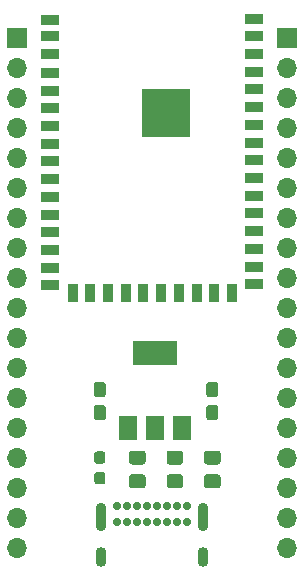
<source format=gbr>
%TF.GenerationSoftware,KiCad,Pcbnew,(5.1.8-0-10_14)*%
%TF.CreationDate,2021-07-01T23:52:50-05:00*%
%TF.ProjectId,crump-s2,6372756d-702d-4733-922e-6b696361645f,rev?*%
%TF.SameCoordinates,Original*%
%TF.FileFunction,Soldermask,Bot*%
%TF.FilePolarity,Negative*%
%FSLAX46Y46*%
G04 Gerber Fmt 4.6, Leading zero omitted, Abs format (unit mm)*
G04 Created by KiCad (PCBNEW (5.1.8-0-10_14)) date 2021-07-01 23:52:50*
%MOMM*%
%LPD*%
G01*
G04 APERTURE LIST*
%ADD10R,1.500000X2.000000*%
%ADD11R,3.800000X2.000000*%
%ADD12O,0.900000X1.700000*%
%ADD13O,0.900000X2.400000*%
%ADD14C,0.700000*%
%ADD15R,4.100000X4.100000*%
%ADD16R,1.500000X0.900000*%
%ADD17R,0.900000X1.500000*%
%ADD18O,1.700000X1.700000*%
%ADD19R,1.700000X1.700000*%
G04 APERTURE END LIST*
%TO.C,R2*%
G36*
G01*
X41459999Y-56550000D02*
X42360001Y-56550000D01*
G75*
G02*
X42610000Y-56799999I0J-249999D01*
G01*
X42610000Y-57500001D01*
G75*
G02*
X42360001Y-57750000I-249999J0D01*
G01*
X41459999Y-57750000D01*
G75*
G02*
X41210000Y-57500001I0J249999D01*
G01*
X41210000Y-56799999D01*
G75*
G02*
X41459999Y-56550000I249999J0D01*
G01*
G37*
G36*
G01*
X41459999Y-58550000D02*
X42360001Y-58550000D01*
G75*
G02*
X42610000Y-58799999I0J-249999D01*
G01*
X42610000Y-59500001D01*
G75*
G02*
X42360001Y-59750000I-249999J0D01*
G01*
X41459999Y-59750000D01*
G75*
G02*
X41210000Y-59500001I0J249999D01*
G01*
X41210000Y-58799999D01*
G75*
G02*
X41459999Y-58550000I249999J0D01*
G01*
G37*
%TD*%
D10*
%TO.C,U2*%
X42545000Y-54610000D03*
X37945000Y-54610000D03*
X40245000Y-54610000D03*
D11*
X40245000Y-48310000D03*
%TD*%
%TO.C,C2*%
G36*
G01*
X44809999Y-52690000D02*
X45360001Y-52690000D01*
G75*
G02*
X45610000Y-52939999I0J-249999D01*
G01*
X45610000Y-53740001D01*
G75*
G02*
X45360001Y-53990000I-249999J0D01*
G01*
X44809999Y-53990000D01*
G75*
G02*
X44560000Y-53740001I0J249999D01*
G01*
X44560000Y-52939999D01*
G75*
G02*
X44809999Y-52690000I249999J0D01*
G01*
G37*
G36*
G01*
X44809999Y-50740000D02*
X45360001Y-50740000D01*
G75*
G02*
X45610000Y-50989999I0J-249999D01*
G01*
X45610000Y-51790001D01*
G75*
G02*
X45360001Y-52040000I-249999J0D01*
G01*
X44809999Y-52040000D01*
G75*
G02*
X44560000Y-51790001I0J249999D01*
G01*
X44560000Y-50989999D01*
G75*
G02*
X44809999Y-50740000I249999J0D01*
G01*
G37*
%TD*%
%TO.C,C1*%
G36*
G01*
X35284999Y-52690000D02*
X35835001Y-52690000D01*
G75*
G02*
X36085000Y-52939999I0J-249999D01*
G01*
X36085000Y-53740001D01*
G75*
G02*
X35835001Y-53990000I-249999J0D01*
G01*
X35284999Y-53990000D01*
G75*
G02*
X35035000Y-53740001I0J249999D01*
G01*
X35035000Y-52939999D01*
G75*
G02*
X35284999Y-52690000I249999J0D01*
G01*
G37*
G36*
G01*
X35284999Y-50740000D02*
X35835001Y-50740000D01*
G75*
G02*
X36085000Y-50989999I0J-249999D01*
G01*
X36085000Y-51790001D01*
G75*
G02*
X35835001Y-52040000I-249999J0D01*
G01*
X35284999Y-52040000D01*
G75*
G02*
X35035000Y-51790001I0J249999D01*
G01*
X35035000Y-50989999D01*
G75*
G02*
X35284999Y-50740000I249999J0D01*
G01*
G37*
%TD*%
%TO.C,D1*%
G36*
G01*
X35322500Y-58375000D02*
X35797500Y-58375000D01*
G75*
G02*
X36035000Y-58612500I0J-237500D01*
G01*
X36035000Y-59187500D01*
G75*
G02*
X35797500Y-59425000I-237500J0D01*
G01*
X35322500Y-59425000D01*
G75*
G02*
X35085000Y-59187500I0J237500D01*
G01*
X35085000Y-58612500D01*
G75*
G02*
X35322500Y-58375000I237500J0D01*
G01*
G37*
G36*
G01*
X35322500Y-56625000D02*
X35797500Y-56625000D01*
G75*
G02*
X36035000Y-56862500I0J-237500D01*
G01*
X36035000Y-57437500D01*
G75*
G02*
X35797500Y-57675000I-237500J0D01*
G01*
X35322500Y-57675000D01*
G75*
G02*
X35085000Y-57437500I0J237500D01*
G01*
X35085000Y-56862500D01*
G75*
G02*
X35322500Y-56625000I237500J0D01*
G01*
G37*
%TD*%
D12*
%TO.C,J1*%
X44320500Y-65574000D03*
X35670500Y-65574000D03*
D13*
X44320500Y-62194000D03*
X35670500Y-62194000D03*
D14*
X40420500Y-62564000D03*
X42970500Y-62564000D03*
X42120500Y-62564000D03*
X41270500Y-62564000D03*
X37020500Y-62564000D03*
X38720500Y-62564000D03*
X39570500Y-62564000D03*
X37870500Y-62564000D03*
X42970500Y-61214000D03*
X42120500Y-61214000D03*
X41270500Y-61214000D03*
X40420500Y-61214000D03*
X39570500Y-61214000D03*
X38720500Y-61214000D03*
X37870500Y-61214000D03*
X37020500Y-61214000D03*
%TD*%
%TO.C,R1*%
G36*
G01*
X44634999Y-56550000D02*
X45535001Y-56550000D01*
G75*
G02*
X45785000Y-56799999I0J-249999D01*
G01*
X45785000Y-57500001D01*
G75*
G02*
X45535001Y-57750000I-249999J0D01*
G01*
X44634999Y-57750000D01*
G75*
G02*
X44385000Y-57500001I0J249999D01*
G01*
X44385000Y-56799999D01*
G75*
G02*
X44634999Y-56550000I249999J0D01*
G01*
G37*
G36*
G01*
X44634999Y-58550000D02*
X45535001Y-58550000D01*
G75*
G02*
X45785000Y-58799999I0J-249999D01*
G01*
X45785000Y-59500001D01*
G75*
G02*
X45535001Y-59750000I-249999J0D01*
G01*
X44634999Y-59750000D01*
G75*
G02*
X44385000Y-59500001I0J249999D01*
G01*
X44385000Y-58799999D01*
G75*
G02*
X44634999Y-58550000I249999J0D01*
G01*
G37*
%TD*%
%TO.C,R3*%
G36*
G01*
X39185001Y-57750000D02*
X38284999Y-57750000D01*
G75*
G02*
X38035000Y-57500001I0J249999D01*
G01*
X38035000Y-56799999D01*
G75*
G02*
X38284999Y-56550000I249999J0D01*
G01*
X39185001Y-56550000D01*
G75*
G02*
X39435000Y-56799999I0J-249999D01*
G01*
X39435000Y-57500001D01*
G75*
G02*
X39185001Y-57750000I-249999J0D01*
G01*
G37*
G36*
G01*
X39185001Y-59750000D02*
X38284999Y-59750000D01*
G75*
G02*
X38035000Y-59500001I0J249999D01*
G01*
X38035000Y-58799999D01*
G75*
G02*
X38284999Y-58550000I249999J0D01*
G01*
X39185001Y-58550000D01*
G75*
G02*
X39435000Y-58799999I0J-249999D01*
G01*
X39435000Y-59500001D01*
G75*
G02*
X39185001Y-59750000I-249999J0D01*
G01*
G37*
%TD*%
D15*
%TO.C,U1*%
X41195000Y-28015000D03*
D16*
X31380000Y-20075000D03*
X31380000Y-21475000D03*
X31380000Y-22975000D03*
X31380000Y-24575000D03*
D17*
X34755000Y-43225000D03*
X33255000Y-43225000D03*
D16*
X31380000Y-42575000D03*
X31380000Y-41075000D03*
X31380000Y-39575000D03*
X31380000Y-38075000D03*
X31380000Y-36575000D03*
X31380000Y-35075000D03*
X31380000Y-33575000D03*
X31380000Y-32075000D03*
X31380000Y-30575000D03*
X31380000Y-29075000D03*
X31380000Y-27575000D03*
X31380000Y-26075000D03*
X48630000Y-39475000D03*
X48630000Y-37975000D03*
X48630000Y-36475000D03*
X48630000Y-34975000D03*
X48630000Y-33475000D03*
X48630000Y-31975000D03*
X48630000Y-30475000D03*
X48630000Y-28975000D03*
X48630000Y-27475000D03*
X48630000Y-25975000D03*
X48630000Y-24475000D03*
X48630000Y-22975000D03*
X48630000Y-21475000D03*
D17*
X36255000Y-43225000D03*
X37755000Y-43225000D03*
X39255000Y-43225000D03*
X40755000Y-43225000D03*
X42255000Y-43225000D03*
X43755000Y-43225000D03*
X45255000Y-43225000D03*
X46755000Y-43225000D03*
D16*
X48630000Y-42475000D03*
X48630000Y-40975000D03*
X48630000Y-19975000D03*
%TD*%
D18*
%TO.C,J2*%
X51435000Y-64770000D03*
X51435000Y-62230000D03*
X51435000Y-59690000D03*
X51435000Y-57150000D03*
X51435000Y-54610000D03*
X51435000Y-52070000D03*
X51435000Y-49530000D03*
X51435000Y-46990000D03*
X51435000Y-44450000D03*
X51435000Y-41910000D03*
X51435000Y-39370000D03*
X51435000Y-36830000D03*
X51435000Y-34290000D03*
X51435000Y-31750000D03*
X51435000Y-29210000D03*
X51435000Y-26670000D03*
X51435000Y-24130000D03*
D19*
X51435000Y-21590000D03*
%TD*%
%TO.C,J3*%
X28575000Y-21590000D03*
D18*
X28575000Y-24130000D03*
X28575000Y-26670000D03*
X28575000Y-29210000D03*
X28575000Y-31750000D03*
X28575000Y-34290000D03*
X28575000Y-36830000D03*
X28575000Y-39370000D03*
X28575000Y-41910000D03*
X28575000Y-44450000D03*
X28575000Y-46990000D03*
X28575000Y-49530000D03*
X28575000Y-52070000D03*
X28575000Y-54610000D03*
X28575000Y-57150000D03*
X28575000Y-59690000D03*
X28575000Y-62230000D03*
X28575000Y-64770000D03*
%TD*%
M02*

</source>
